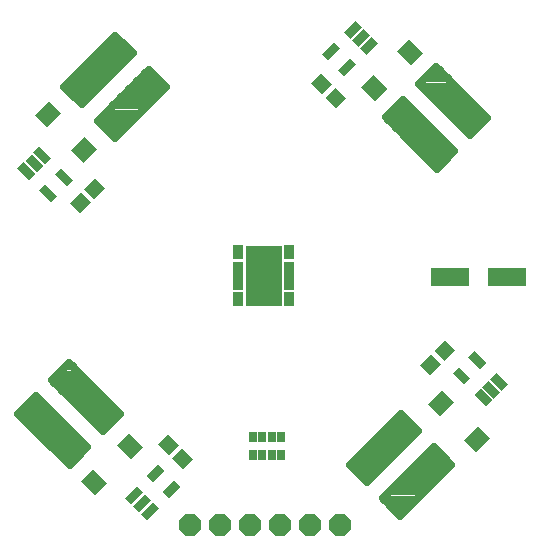
<source format=gts>
G75*
G70*
%OFA0B0*%
%FSLAX24Y24*%
%IPPOS*%
%LPD*%
%AMOC8*
5,1,8,0,0,1.08239X$1,22.5*
%
%ADD10R,0.0513X0.0474*%
%ADD11R,0.0580X0.0659*%
%ADD12C,0.0271*%
%ADD13R,0.1261X0.0631*%
%ADD14R,0.0297X0.0552*%
%ADD15R,0.1222X0.2049*%
%ADD16R,0.0356X0.0474*%
%ADD17OC8,0.0720*%
%ADD18R,0.0257X0.0356*%
D10*
G36*
X015732Y013110D02*
X015371Y013471D01*
X015706Y013806D01*
X016067Y013445D01*
X015732Y013110D01*
G37*
G36*
X016205Y012637D02*
X015844Y012998D01*
X016179Y013333D01*
X016540Y012972D01*
X016205Y012637D01*
G37*
G36*
X024822Y016128D02*
X024461Y015767D01*
X024126Y016102D01*
X024487Y016463D01*
X024822Y016128D01*
G37*
G36*
X025296Y016601D02*
X024935Y016240D01*
X024600Y016575D01*
X024961Y016936D01*
X025296Y016601D01*
G37*
G36*
X021295Y025346D02*
X021656Y024985D01*
X021321Y024650D01*
X020960Y025011D01*
X021295Y025346D01*
G37*
G36*
X020822Y025819D02*
X021183Y025458D01*
X020848Y025123D01*
X020487Y025484D01*
X020822Y025819D01*
G37*
G36*
X012920Y021979D02*
X013281Y022340D01*
X013616Y022005D01*
X013255Y021644D01*
X012920Y021979D01*
G37*
G36*
X012446Y021506D02*
X012807Y021867D01*
X013142Y021532D01*
X012781Y021171D01*
X012446Y021506D01*
G37*
D11*
G36*
X012804Y012232D02*
X013214Y012642D01*
X013678Y012178D01*
X013268Y011768D01*
X012804Y012232D01*
G37*
G36*
X014875Y013376D02*
X014465Y012966D01*
X014001Y013430D01*
X014411Y013840D01*
X014875Y013376D01*
G37*
G36*
X012895Y022841D02*
X012485Y023251D01*
X012949Y023715D01*
X013359Y023305D01*
X012895Y022841D01*
G37*
G36*
X011752Y024912D02*
X012162Y024502D01*
X011698Y024038D01*
X011288Y024448D01*
X011752Y024912D01*
G37*
G36*
X022157Y025370D02*
X022567Y025780D01*
X023031Y025316D01*
X022621Y024906D01*
X022157Y025370D01*
G37*
G36*
X024228Y026513D02*
X023818Y026103D01*
X023354Y026567D01*
X023764Y026977D01*
X024228Y026513D01*
G37*
G36*
X024846Y015266D02*
X025256Y014856D01*
X024792Y014392D01*
X024382Y014802D01*
X024846Y015266D01*
G37*
G36*
X025990Y013195D02*
X025580Y013605D01*
X026044Y014069D01*
X026454Y013659D01*
X025990Y013195D01*
G37*
D12*
X024584Y013352D02*
X022882Y011650D01*
X024584Y013352D02*
X025160Y012776D01*
X023458Y011074D01*
X022882Y011650D01*
X023188Y011344D02*
X023728Y011344D01*
X023998Y011614D02*
X022918Y011614D01*
X023116Y011884D02*
X024268Y011884D01*
X024538Y012154D02*
X023386Y012154D01*
X023656Y012424D02*
X024808Y012424D01*
X025078Y012694D02*
X023926Y012694D01*
X024196Y012964D02*
X024972Y012964D01*
X024702Y013234D02*
X024466Y013234D01*
X024046Y013890D02*
X022344Y012188D01*
X021768Y012764D01*
X023470Y014466D01*
X024046Y013890D01*
X022614Y012458D02*
X022074Y012458D01*
X021804Y012728D02*
X022884Y012728D01*
X023154Y012998D02*
X022002Y012998D01*
X022272Y013268D02*
X023424Y013268D01*
X023694Y013538D02*
X022542Y013538D01*
X022812Y013808D02*
X023964Y013808D01*
X023858Y014078D02*
X023082Y014078D01*
X023352Y014348D02*
X023588Y014348D01*
X025249Y023225D02*
X023547Y024927D01*
X025249Y023225D02*
X024673Y022649D01*
X022971Y024351D01*
X023547Y024927D01*
X024403Y022919D02*
X024943Y022919D01*
X025213Y023189D02*
X024133Y023189D01*
X023863Y023459D02*
X025015Y023459D01*
X024745Y023729D02*
X023593Y023729D01*
X023323Y023999D02*
X024475Y023999D01*
X024205Y024269D02*
X023053Y024269D01*
X023159Y024539D02*
X023935Y024539D01*
X023665Y024809D02*
X023429Y024809D01*
X024085Y025464D02*
X025787Y023762D01*
X024085Y025464D02*
X024661Y026040D01*
X026363Y024338D01*
X025787Y023762D01*
X026057Y024032D02*
X025517Y024032D01*
X025247Y024302D02*
X026327Y024302D01*
X026129Y024572D02*
X024977Y024572D01*
X024707Y024842D02*
X025859Y024842D01*
X025589Y025112D02*
X024437Y025112D01*
X024167Y025382D02*
X025319Y025382D01*
X025049Y025652D02*
X024273Y025652D01*
X024543Y025922D02*
X024779Y025922D01*
X015076Y025949D02*
X013374Y024247D01*
X015076Y025949D02*
X015652Y025373D01*
X013950Y023671D01*
X013374Y024247D01*
X013680Y023941D02*
X014220Y023941D01*
X014490Y024211D02*
X013410Y024211D01*
X013608Y024481D02*
X014760Y024481D01*
X015030Y024751D02*
X013878Y024751D01*
X014148Y025021D02*
X015300Y025021D01*
X015570Y025291D02*
X014418Y025291D01*
X014688Y025561D02*
X015464Y025561D01*
X015194Y025831D02*
X014958Y025831D01*
X014538Y026487D02*
X012836Y024785D01*
X012260Y025361D01*
X013962Y027063D01*
X014538Y026487D01*
X013106Y025055D02*
X012566Y025055D01*
X012296Y025325D02*
X013376Y025325D01*
X013646Y025595D02*
X012494Y025595D01*
X012764Y025865D02*
X013916Y025865D01*
X014186Y026135D02*
X013034Y026135D01*
X013304Y026405D02*
X014456Y026405D01*
X014350Y026675D02*
X013574Y026675D01*
X013844Y026945D02*
X014080Y026945D01*
X011844Y015595D02*
X013546Y013893D01*
X011844Y015595D02*
X012420Y016171D01*
X014122Y014469D01*
X013546Y013893D01*
X013816Y014163D02*
X013276Y014163D01*
X013006Y014433D02*
X014086Y014433D01*
X013888Y014703D02*
X012736Y014703D01*
X012466Y014973D02*
X013618Y014973D01*
X013348Y015243D02*
X012196Y015243D01*
X011926Y015513D02*
X013078Y015513D01*
X012808Y015783D02*
X012032Y015783D01*
X012302Y016053D02*
X012538Y016053D01*
X011306Y015058D02*
X013008Y013356D01*
X012432Y012780D01*
X010730Y014482D01*
X011306Y015058D01*
X012162Y013050D02*
X012702Y013050D01*
X012972Y013320D02*
X011892Y013320D01*
X011622Y013590D02*
X012774Y013590D01*
X012504Y013860D02*
X011352Y013860D01*
X011082Y014130D02*
X012234Y014130D01*
X011964Y014400D02*
X010812Y014400D01*
X010918Y014670D02*
X011694Y014670D01*
X011424Y014940D02*
X011188Y014940D01*
D13*
X025125Y019028D03*
X027015Y019028D03*
D14*
G36*
X026327Y016181D02*
X026118Y015972D01*
X025729Y016361D01*
X025938Y016570D01*
X026327Y016181D01*
G37*
G36*
X027051Y015457D02*
X026842Y015248D01*
X026453Y015637D01*
X026662Y015846D01*
X027051Y015457D01*
G37*
G36*
X026786Y015192D02*
X026577Y014983D01*
X026188Y015372D01*
X026397Y015581D01*
X026786Y015192D01*
G37*
G36*
X026522Y014928D02*
X026313Y014719D01*
X025924Y015108D01*
X026133Y015317D01*
X026522Y014928D01*
G37*
G36*
X025798Y015652D02*
X025589Y015443D01*
X025200Y015832D01*
X025409Y016041D01*
X025798Y015652D01*
G37*
G36*
X015743Y011659D02*
X015534Y011868D01*
X015923Y012257D01*
X016132Y012048D01*
X015743Y011659D01*
G37*
G36*
X015019Y010935D02*
X014810Y011144D01*
X015199Y011533D01*
X015408Y011324D01*
X015019Y010935D01*
G37*
G36*
X014755Y011199D02*
X014546Y011408D01*
X014935Y011797D01*
X015144Y011588D01*
X014755Y011199D01*
G37*
G36*
X014490Y011464D02*
X014281Y011673D01*
X014670Y012062D01*
X014879Y011853D01*
X014490Y011464D01*
G37*
G36*
X015214Y012188D02*
X015005Y012397D01*
X015394Y012786D01*
X015603Y012577D01*
X015214Y012188D01*
G37*
G36*
X011415Y021926D02*
X011624Y022135D01*
X012013Y021746D01*
X011804Y021537D01*
X011415Y021926D01*
G37*
G36*
X010691Y022650D02*
X010900Y022859D01*
X011289Y022470D01*
X011080Y022261D01*
X010691Y022650D01*
G37*
G36*
X010956Y022914D02*
X011165Y023123D01*
X011554Y022734D01*
X011345Y022525D01*
X010956Y022914D01*
G37*
G36*
X011220Y023179D02*
X011429Y023388D01*
X011818Y022999D01*
X011609Y022790D01*
X011220Y023179D01*
G37*
G36*
X011944Y022455D02*
X012153Y022664D01*
X012542Y022275D01*
X012333Y022066D01*
X011944Y022455D01*
G37*
G36*
X021242Y026851D02*
X021451Y026642D01*
X021062Y026253D01*
X020853Y026462D01*
X021242Y026851D01*
G37*
G36*
X021966Y027574D02*
X022175Y027365D01*
X021786Y026976D01*
X021577Y027185D01*
X021966Y027574D01*
G37*
G36*
X022230Y027310D02*
X022439Y027101D01*
X022050Y026712D01*
X021841Y026921D01*
X022230Y027310D01*
G37*
G36*
X022495Y027045D02*
X022704Y026836D01*
X022315Y026447D01*
X022106Y026656D01*
X022495Y027045D01*
G37*
G36*
X021771Y026322D02*
X021980Y026113D01*
X021591Y025724D01*
X021382Y025933D01*
X021771Y026322D01*
G37*
D15*
X018901Y019079D03*
D16*
X018055Y018843D03*
X018055Y019315D03*
X018055Y019866D03*
X018055Y018292D03*
X019747Y018292D03*
X019747Y018843D03*
X019747Y019315D03*
X019747Y019866D03*
D17*
X019460Y010760D03*
X018460Y010760D03*
X017460Y010760D03*
X016460Y010760D03*
X020460Y010760D03*
X021460Y010760D03*
D18*
X019492Y013085D03*
X019177Y013085D03*
X018862Y013085D03*
X018547Y013085D03*
X018547Y013695D03*
X018862Y013695D03*
X019177Y013695D03*
X019492Y013695D03*
M02*

</source>
